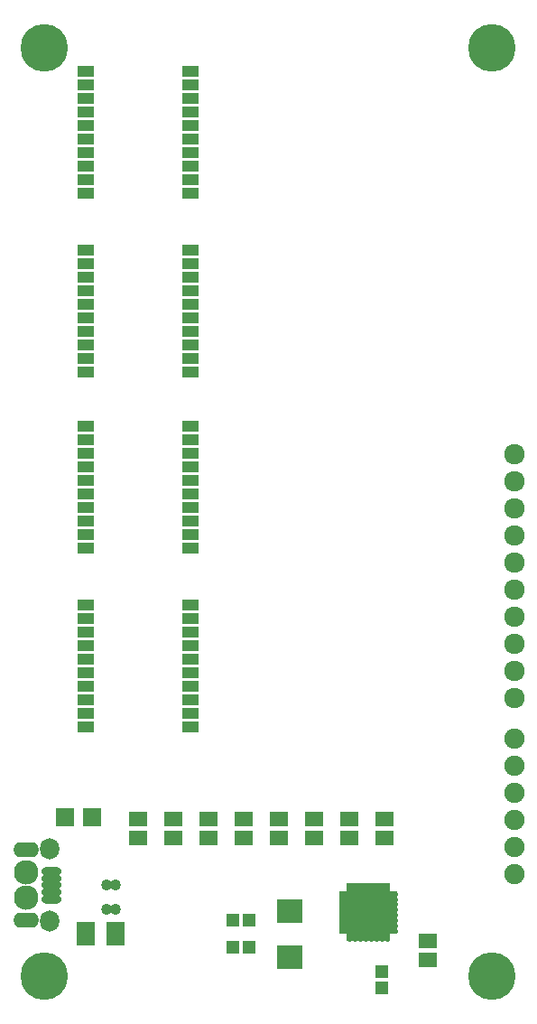
<source format=gbs>
G04 #@! TF.FileFunction,Soldermask,Bot*
%FSLAX46Y46*%
G04 Gerber Fmt 4.6, Leading zero omitted, Abs format (unit mm)*
G04 Created by KiCad (PCBNEW 4.0.2-stable) date 16-09-14 19:39:03*
%MOMM*%
G01*
G04 APERTURE LIST*
%ADD10C,0.100000*%
%ADD11C,0.400000*%
%ADD12R,1.670000X1.670000*%
%ADD13R,0.900000X0.500000*%
%ADD14R,0.500000X0.900000*%
%ADD15R,3.900000X3.900000*%
%ADD16R,1.598880X1.098500*%
%ADD17R,1.289000X1.289000*%
%ADD18R,2.432000X2.178000*%
%ADD19R,1.797000X1.416000*%
%ADD20C,4.464000*%
%ADD21C,1.035000*%
%ADD22R,1.670000X2.178000*%
%ADD23C,1.924000*%
%ADD24C,1.900000*%
%ADD25O,1.898600X0.798780*%
%ADD26O,1.799540X1.997660*%
%ADD27O,2.432000X1.416000*%
%ADD28C,2.299920*%
G04 APERTURE END LIST*
D10*
D11*
X149284790Y-130797090D02*
X148884790Y-130797090D01*
X149284790Y-130297090D02*
X148884790Y-130297090D01*
X149284790Y-129797091D02*
X148884790Y-129797091D01*
X149284790Y-129297091D02*
X148884790Y-129297091D01*
X149284790Y-128797091D02*
X148884790Y-128797091D01*
X149284790Y-128297091D02*
X148884790Y-128297091D01*
X149284790Y-127797090D02*
X148884790Y-127797090D01*
X149284790Y-127297090D02*
X148884790Y-127297090D01*
X149634790Y-126947090D02*
X149634790Y-126547090D01*
X150134790Y-126947090D02*
X150134790Y-126547090D01*
X150634791Y-126947090D02*
X150634791Y-126547090D01*
X151134791Y-126947090D02*
X151134791Y-126547090D01*
X151634791Y-126947090D02*
X151634791Y-126547090D01*
X152134791Y-126947090D02*
X152134791Y-126547090D01*
X152634790Y-126947090D02*
X152634790Y-126547090D01*
X153134790Y-126947090D02*
X153134790Y-126547090D01*
X153484790Y-127297090D02*
X153884790Y-127297090D01*
X153484790Y-127797090D02*
X153884790Y-127797090D01*
X153484790Y-128297091D02*
X153884790Y-128297091D01*
X153484790Y-128797091D02*
X153884790Y-128797091D01*
X153484790Y-129297091D02*
X153884790Y-129297091D01*
X153484790Y-129797091D02*
X153884790Y-129797091D01*
X153484790Y-130297090D02*
X153884790Y-130297090D01*
X153484790Y-130797090D02*
X153884790Y-130797090D01*
X153134790Y-131147090D02*
X153134790Y-131547090D01*
X152634790Y-131147090D02*
X152634790Y-131547090D01*
X152134791Y-131147090D02*
X152134791Y-131547090D01*
X151634791Y-131147090D02*
X151634791Y-131547090D01*
X151134791Y-131147090D02*
X151134791Y-131547090D01*
X150634791Y-131147090D02*
X150634791Y-131547090D01*
X150134790Y-131147090D02*
X150134790Y-131547090D01*
X149634790Y-131147090D02*
X149634790Y-131547090D01*
D12*
X125476000Y-120156000D03*
X122936000Y-120156000D03*
D13*
X149084000Y-130796000D03*
X149084000Y-130296000D03*
X149084000Y-129796000D03*
X149084000Y-129296000D03*
X149084000Y-128796000D03*
X149084000Y-128296000D03*
X149084000Y-127796000D03*
X149084000Y-127296000D03*
D14*
X149634000Y-126746000D03*
X150134000Y-126746000D03*
X150634000Y-126746000D03*
X151134000Y-126746000D03*
X151634000Y-126746000D03*
X152134000Y-126746000D03*
X152634000Y-126746000D03*
X153134000Y-126746000D03*
D13*
X153684000Y-127296000D03*
X153684000Y-127796000D03*
X153684000Y-128296000D03*
X153684000Y-128796000D03*
X153684000Y-129296000D03*
X153684000Y-129796000D03*
X153684000Y-130296000D03*
X153684000Y-130796000D03*
D14*
X153134000Y-131346000D03*
X152634000Y-131346000D03*
X152134000Y-131346000D03*
X151634000Y-131346000D03*
X151134000Y-131346000D03*
X150634000Y-131346000D03*
X150134000Y-131346000D03*
X149634000Y-131346000D03*
D15*
X151384000Y-129046000D03*
D16*
X134716520Y-50179000D03*
X134716520Y-51449000D03*
X134716520Y-52719000D03*
X134716520Y-53989000D03*
X134716520Y-55259000D03*
X134716520Y-56529000D03*
X134716520Y-57799000D03*
X134716520Y-59069000D03*
X134716520Y-60339000D03*
X134716520Y-61609000D03*
X124871480Y-61609000D03*
X124871480Y-60339000D03*
X124871480Y-59069000D03*
X124871480Y-57799000D03*
X124871480Y-56529000D03*
X124871480Y-55259000D03*
X124871480Y-53989000D03*
X124871480Y-52719000D03*
X124871480Y-51449000D03*
X124871480Y-50179000D03*
X134716520Y-66943000D03*
X134716520Y-68213000D03*
X134716520Y-69483000D03*
X134716520Y-70753000D03*
X134716520Y-72023000D03*
X134716520Y-73293000D03*
X134716520Y-74563000D03*
X134716520Y-75833000D03*
X134716520Y-77103000D03*
X134716520Y-78373000D03*
X124871480Y-78373000D03*
X124871480Y-77103000D03*
X124871480Y-75833000D03*
X124871480Y-74563000D03*
X124871480Y-73293000D03*
X124871480Y-72023000D03*
X124871480Y-70753000D03*
X124871480Y-69483000D03*
X124871480Y-68213000D03*
X124871480Y-66943000D03*
X134716520Y-83453000D03*
X134716520Y-84723000D03*
X134716520Y-85993000D03*
X134716520Y-87263000D03*
X134716520Y-88533000D03*
X134716520Y-89803000D03*
X134716520Y-91073000D03*
X134716520Y-92343000D03*
X134716520Y-93613000D03*
X134716520Y-94883000D03*
X124871480Y-94883000D03*
X124871480Y-93613000D03*
X124871480Y-92343000D03*
X124871480Y-91073000D03*
X124871480Y-89803000D03*
X124871480Y-88533000D03*
X124871480Y-87263000D03*
X124871480Y-85993000D03*
X124871480Y-84723000D03*
X124871480Y-83453000D03*
X134716520Y-100217000D03*
X134716520Y-101487000D03*
X134716520Y-102757000D03*
X134716520Y-104027000D03*
X134716520Y-105297000D03*
X134716520Y-106567000D03*
X134716520Y-107837000D03*
X134716520Y-109107000D03*
X134716520Y-110377000D03*
X134716520Y-111647000D03*
X124871480Y-111647000D03*
X124871480Y-110377000D03*
X124871480Y-109107000D03*
X124871480Y-107837000D03*
X124871480Y-106567000D03*
X124871480Y-105297000D03*
X124871480Y-104027000D03*
X124871480Y-102757000D03*
X124871480Y-101487000D03*
X124871480Y-100217000D03*
D17*
X138684000Y-132348000D03*
X140208000Y-132348000D03*
X138684000Y-129808000D03*
X140208000Y-129808000D03*
D18*
X144018000Y-133237000D03*
X144018000Y-128919000D03*
D17*
X152654000Y-134634000D03*
X152654000Y-136158000D03*
D19*
X156972000Y-133491000D03*
X156972000Y-131713000D03*
X152908000Y-122061000D03*
X152908000Y-120283000D03*
X149606000Y-122061000D03*
X149606000Y-120283000D03*
X146304000Y-122061000D03*
X146304000Y-120283000D03*
X143002000Y-122061000D03*
X143002000Y-120283000D03*
X139700000Y-122061000D03*
X139700000Y-120283000D03*
X136398000Y-122061000D03*
X136398000Y-120283000D03*
X133096000Y-122061000D03*
X133096000Y-120283000D03*
X129794000Y-122061000D03*
X129794000Y-120283000D03*
D20*
X163000000Y-135000000D03*
X163000000Y-48000000D03*
X121000000Y-48000000D03*
X121000000Y-135000000D03*
D21*
X126809500Y-126506000D03*
X127698500Y-126506000D03*
X126809500Y-128792000D03*
X127698500Y-128792000D03*
D22*
X124841000Y-131078000D03*
X127635000Y-131078000D03*
D23*
X165100000Y-86120000D03*
X165100000Y-88660000D03*
X165100000Y-91200000D03*
X165100000Y-93740000D03*
X165100000Y-96280000D03*
X165100000Y-98820000D03*
X165100000Y-101360000D03*
X165100000Y-103900000D03*
X165100000Y-108980000D03*
X165100000Y-106440000D03*
D24*
X165100000Y-112790000D03*
X165100000Y-115330000D03*
X165100000Y-117870000D03*
X165100000Y-120410000D03*
X165100000Y-122950000D03*
X165100000Y-125490000D03*
D25*
X121671080Y-127803940D03*
X121671080Y-127153700D03*
X121671080Y-126506000D03*
X121671080Y-125858300D03*
X121671080Y-125208060D03*
D26*
X121493280Y-129904520D03*
D27*
X119245380Y-129805460D03*
D28*
X119245380Y-127704880D03*
X119245380Y-125307120D03*
D27*
X119245380Y-123206540D03*
D26*
X121493280Y-123107480D03*
M02*

</source>
